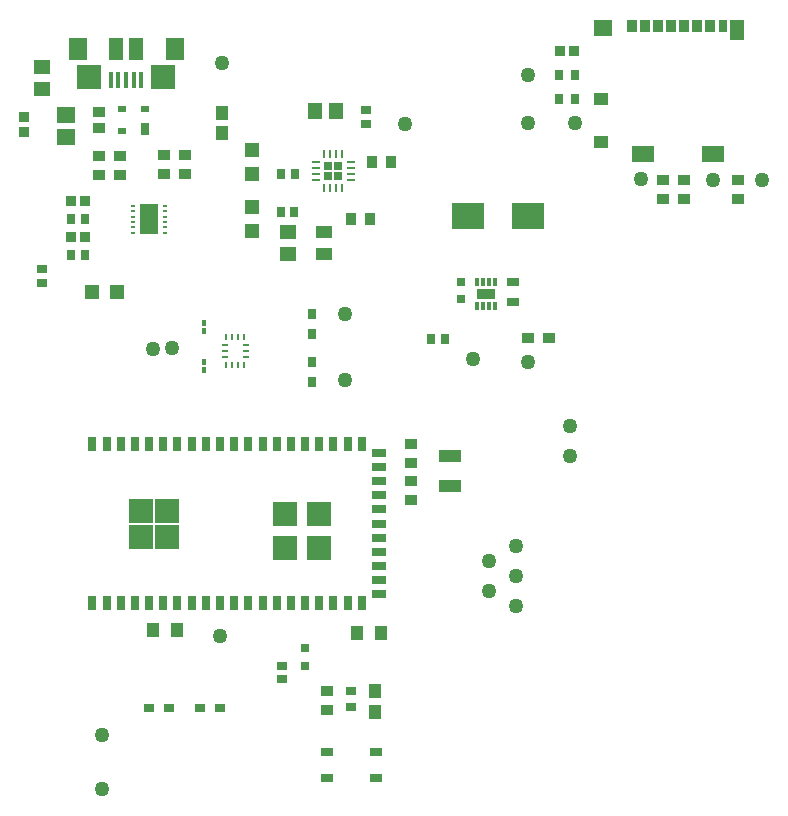
<source format=gtp>
G04*
G04 #@! TF.GenerationSoftware,Altium Limited,Altium Designer,21.6.1 (37)*
G04*
G04 Layer_Color=8421504*
%FSLAX25Y25*%
%MOIN*%
G70*
G04*
G04 #@! TF.SameCoordinates,3B14360B-83DB-492C-B473-3A93FED6D837*
G04*
G04*
G04 #@! TF.FilePolarity,Positive*
G04*
G01*
G75*
%ADD18R,0.02756X0.02756*%
%ADD19R,0.02756X0.02756*%
%ADD20R,0.02756X0.04724*%
%ADD21R,0.04724X0.02756*%
%ADD22R,0.07874X0.07874*%
%ADD23R,0.04606X0.07087*%
%ADD24R,0.02953X0.04331*%
%ADD25R,0.03347X0.04331*%
%ADD26R,0.06102X0.05315*%
%ADD27R,0.04724X0.03937*%
%ADD28R,0.07480X0.05315*%
%ADD29C,0.05000*%
%ADD30R,0.06299X0.03543*%
%ADD31R,0.10630X0.08661*%
%ADD32R,0.03150X0.03150*%
%ADD33R,0.03937X0.03543*%
%ADD34R,0.07480X0.04331*%
%ADD35R,0.00984X0.01870*%
%ADD36R,0.01870X0.00984*%
%ADD37R,0.03347X0.02756*%
%ADD38R,0.03543X0.03347*%
%ADD39R,0.04134X0.02559*%
%ADD40R,0.01822X0.02182*%
%ADD41R,0.04724X0.04724*%
%ADD42R,0.03543X0.03937*%
%ADD43R,0.04528X0.05709*%
%ADD44R,0.04331X0.04921*%
%ADD45R,0.02756X0.03347*%
G04:AMPARAMS|DCode=46|XSize=29.13mil|YSize=11.02mil|CornerRadius=1.38mil|HoleSize=0mil|Usage=FLASHONLY|Rotation=90.000|XOffset=0mil|YOffset=0mil|HoleType=Round|Shape=RoundedRectangle|*
%AMROUNDEDRECTD46*
21,1,0.02913,0.00827,0,0,90.0*
21,1,0.02638,0.01102,0,0,90.0*
1,1,0.00276,0.00413,0.01319*
1,1,0.00276,0.00413,-0.01319*
1,1,0.00276,-0.00413,-0.01319*
1,1,0.00276,-0.00413,0.01319*
%
%ADD46ROUNDEDRECTD46*%
%ADD47R,0.03543X0.03150*%
%ADD48R,0.03347X0.02953*%
%ADD49R,0.03150X0.03543*%
%ADD50R,0.02756X0.02756*%
%ADD51R,0.03347X0.03543*%
%ADD52R,0.02953X0.03347*%
%ADD53R,0.01575X0.00984*%
%ADD54R,0.06299X0.09843*%
%ADD55R,0.05512X0.04134*%
%ADD56R,0.05709X0.04528*%
%ADD57O,0.00906X0.03150*%
%ADD58O,0.03150X0.00906*%
%ADD59R,0.04724X0.04724*%
%ADD60R,0.03937X0.04921*%
%ADD61R,0.06127X0.05728*%
%ADD62R,0.02756X0.02362*%
%ADD63R,0.02756X0.03937*%
%ADD64R,0.01575X0.05315*%
%ADD65R,0.08268X0.07874*%
%ADD66R,0.06299X0.07480*%
%ADD67R,0.04724X0.07480*%
G36*
X169008Y180102D02*
Y177898D01*
X164992D01*
Y180102D01*
X169008D01*
D02*
G37*
D18*
X117772Y221772D02*
D03*
X114228Y218228D02*
D03*
D19*
X114228Y221772D02*
D03*
X117772Y218228D02*
D03*
D20*
X35781Y76122D02*
D03*
X40506D02*
D03*
X45230D02*
D03*
X49955D02*
D03*
X54679D02*
D03*
X59404D02*
D03*
X64128D02*
D03*
X68852D02*
D03*
X73577D02*
D03*
X78301D02*
D03*
X83026D02*
D03*
X87750D02*
D03*
X92474D02*
D03*
X97199D02*
D03*
X101923D02*
D03*
X106648D02*
D03*
X111372D02*
D03*
X116096D02*
D03*
X120821D02*
D03*
X125545D02*
D03*
Y128878D02*
D03*
X120821D02*
D03*
X116096D02*
D03*
X111372D02*
D03*
X106648D02*
D03*
X101923D02*
D03*
X97199D02*
D03*
X92474D02*
D03*
X87750D02*
D03*
X83026D02*
D03*
X78301D02*
D03*
X73577D02*
D03*
X68852D02*
D03*
X64128D02*
D03*
X59404D02*
D03*
X54679D02*
D03*
X49955D02*
D03*
X45230D02*
D03*
X40506D02*
D03*
X35781D02*
D03*
D21*
X131219Y78862D02*
D03*
Y88311D02*
D03*
Y93035D02*
D03*
Y97760D02*
D03*
Y102484D02*
D03*
Y107209D02*
D03*
Y111933D02*
D03*
Y116657D02*
D03*
Y121382D02*
D03*
Y126106D02*
D03*
Y83587D02*
D03*
D22*
X111317Y94290D02*
D03*
X100077D02*
D03*
X111317Y105802D02*
D03*
X100077D02*
D03*
X60557Y98022D02*
D03*
X51825D02*
D03*
X60557Y106613D02*
D03*
X51825D02*
D03*
D23*
X250628Y266931D02*
D03*
D24*
X245864Y268309D02*
D03*
D25*
X241730D02*
D03*
X237400D02*
D03*
X233069D02*
D03*
X228738D02*
D03*
X224408D02*
D03*
X220077D02*
D03*
X215746D02*
D03*
D26*
X206061Y267817D02*
D03*
D27*
X205372Y229530D02*
D03*
Y244096D02*
D03*
D28*
X219152Y225691D02*
D03*
X242655D02*
D03*
D29*
X120000Y172500D02*
D03*
X177000Y95000D02*
D03*
X168000Y80000D02*
D03*
Y90000D02*
D03*
X259000Y217000D02*
D03*
X79000Y256000D02*
D03*
X218500Y217500D02*
D03*
X177000Y85000D02*
D03*
Y75000D02*
D03*
X120000Y150300D02*
D03*
X78300Y65000D02*
D03*
X140000Y235800D02*
D03*
X39000Y32000D02*
D03*
Y14000D02*
D03*
X162500Y157500D02*
D03*
X181000Y156500D02*
D03*
X195000Y125000D02*
D03*
Y135000D02*
D03*
X62300Y160900D02*
D03*
X56000Y160805D02*
D03*
X181000Y236000D02*
D03*
Y252000D02*
D03*
X242500Y217000D02*
D03*
X196500Y236000D02*
D03*
D30*
X167000Y179000D02*
D03*
D31*
X160961Y205000D02*
D03*
X181039D02*
D03*
D32*
X106600Y60953D02*
D03*
Y55047D02*
D03*
D33*
X188043Y164500D02*
D03*
X180957D02*
D03*
X251000Y210850D02*
D03*
Y217150D02*
D03*
X233000Y210850D02*
D03*
Y217150D02*
D03*
X226000Y210850D02*
D03*
Y217150D02*
D03*
X114000Y40350D02*
D03*
Y46650D02*
D03*
X45000Y225150D02*
D03*
Y218850D02*
D03*
X38000Y225150D02*
D03*
Y218850D02*
D03*
X66800Y225200D02*
D03*
Y218901D02*
D03*
X59800Y225200D02*
D03*
Y218901D02*
D03*
X142000Y122850D02*
D03*
Y129150D02*
D03*
X142100Y116650D02*
D03*
Y110350D02*
D03*
X38000Y239657D02*
D03*
Y234343D02*
D03*
D34*
X155000Y124921D02*
D03*
Y115079D02*
D03*
D35*
X86353Y155423D02*
D03*
X84384D02*
D03*
X82416D02*
D03*
X80447D02*
D03*
Y164577D02*
D03*
X82416D02*
D03*
X84384D02*
D03*
X86353D02*
D03*
D36*
X79808Y160000D02*
D03*
X86993D02*
D03*
X86994Y158031D02*
D03*
X79808D02*
D03*
Y161969D02*
D03*
X86993D02*
D03*
D37*
X99000Y50536D02*
D03*
Y55064D02*
D03*
X127000Y240264D02*
D03*
Y235736D02*
D03*
X19000Y187264D02*
D03*
Y182736D02*
D03*
D38*
X13000Y233138D02*
D03*
Y237862D02*
D03*
D39*
X130169Y26232D02*
D03*
X113831D02*
D03*
Y17768D02*
D03*
X130169D02*
D03*
X176000Y176307D02*
D03*
Y183000D02*
D03*
D40*
X73000Y156395D02*
D03*
Y153605D02*
D03*
Y169395D02*
D03*
Y166605D02*
D03*
D41*
X89000Y199866D02*
D03*
Y208134D02*
D03*
Y218866D02*
D03*
Y227134D02*
D03*
D42*
X135150Y223000D02*
D03*
X128850D02*
D03*
X128150Y204000D02*
D03*
X121850D02*
D03*
D43*
X110000Y240000D02*
D03*
X117087D02*
D03*
D44*
X79000Y232653D02*
D03*
Y239347D02*
D03*
X130000Y39854D02*
D03*
Y46546D02*
D03*
D45*
X148736Y164000D02*
D03*
X153264D02*
D03*
X33264Y204000D02*
D03*
X28736D02*
D03*
X98572Y206400D02*
D03*
X103100D02*
D03*
X98736Y219000D02*
D03*
X103264D02*
D03*
X28736Y192000D02*
D03*
X33264D02*
D03*
D46*
X164047Y182878D02*
D03*
X166016D02*
D03*
X167984D02*
D03*
X169953D02*
D03*
Y175122D02*
D03*
X167984D02*
D03*
X166016D02*
D03*
X164047D02*
D03*
D47*
X54654Y41000D02*
D03*
X61347D02*
D03*
X78347D02*
D03*
X71653D02*
D03*
D48*
X122000Y41441D02*
D03*
Y46559D02*
D03*
D49*
X109000Y172346D02*
D03*
Y165654D02*
D03*
Y149653D02*
D03*
Y156346D02*
D03*
D50*
X158500Y183000D02*
D03*
Y177488D02*
D03*
D51*
X196362Y260000D02*
D03*
X191638D02*
D03*
X28638Y210000D02*
D03*
X33362D02*
D03*
X28638Y198000D02*
D03*
X33362D02*
D03*
D52*
X191441Y252000D02*
D03*
X196559D02*
D03*
X191441Y244000D02*
D03*
X196559D02*
D03*
D53*
X49285Y208329D02*
D03*
Y206557D02*
D03*
Y204786D02*
D03*
Y203014D02*
D03*
Y201242D02*
D03*
Y199471D02*
D03*
X59915D02*
D03*
Y201242D02*
D03*
Y203014D02*
D03*
Y204786D02*
D03*
Y206557D02*
D03*
Y208329D02*
D03*
D54*
X54600Y203900D02*
D03*
D55*
X113000Y199740D02*
D03*
Y192260D02*
D03*
D56*
X101000Y199543D02*
D03*
Y192457D02*
D03*
X19000Y247457D02*
D03*
Y254543D02*
D03*
D57*
X118953Y225807D02*
D03*
X116984D02*
D03*
X115016D02*
D03*
X113047D02*
D03*
Y214193D02*
D03*
X115016D02*
D03*
X116984D02*
D03*
X118953D02*
D03*
D58*
X110193Y222953D02*
D03*
Y220984D02*
D03*
Y219016D02*
D03*
Y217047D02*
D03*
X121807D02*
D03*
Y219016D02*
D03*
Y220984D02*
D03*
Y222953D02*
D03*
D59*
X43843Y179642D02*
D03*
X35575D02*
D03*
D60*
X63937Y67000D02*
D03*
X56063D02*
D03*
X131937Y66000D02*
D03*
X124063D02*
D03*
D61*
X27000Y231356D02*
D03*
Y238644D02*
D03*
D62*
X45563Y233260D02*
D03*
Y240740D02*
D03*
X53437D02*
D03*
D63*
Y234047D02*
D03*
D64*
X41882Y250234D02*
D03*
X44441D02*
D03*
X47000D02*
D03*
X49559D02*
D03*
X52118D02*
D03*
D65*
X34795Y251514D02*
D03*
X59205D02*
D03*
D66*
X30858Y260766D02*
D03*
X63142D02*
D03*
D67*
X43654D02*
D03*
X50346D02*
D03*
M02*

</source>
